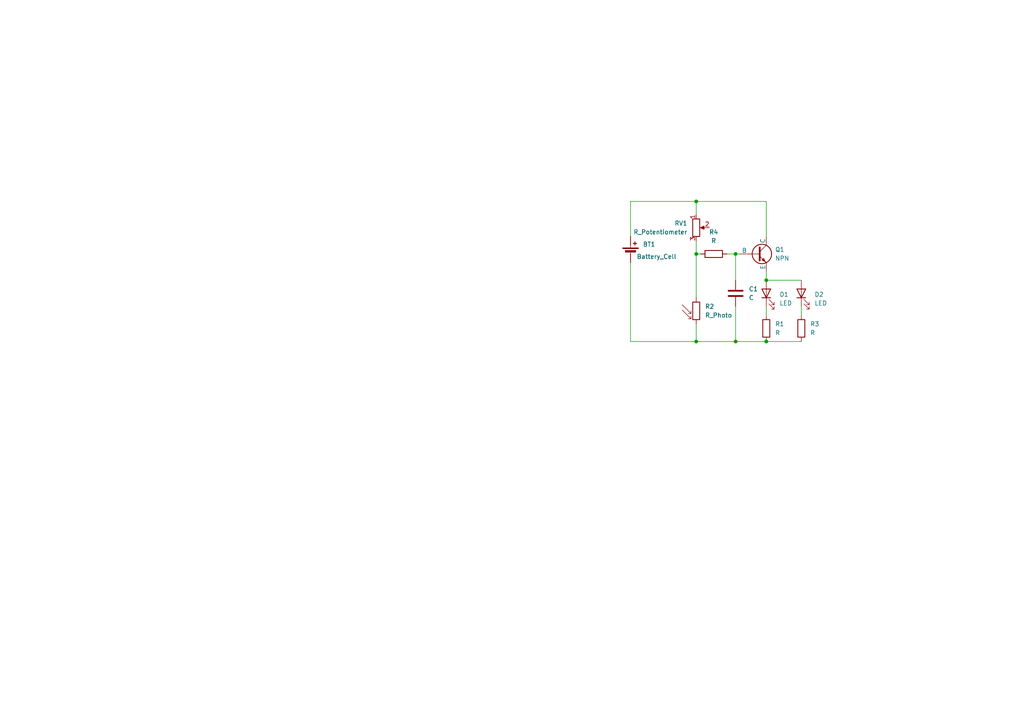
<source format=kicad_sch>
(kicad_sch (version 20250114) (generator "eeschema") (generator_version "9.0")
  (paper "A4")
  (lib_symbols
    (symbol "Device:Battery_Cell" (pin_numbers (hide yes)) (pin_names (offset 0) (hide yes))
      (property "Reference" "BT" (at 2.54 2.54 0))
      (property "Value" "Battery_Cell" (at 2.54 0 0))
      (symbol "Battery_Cell_0_1"
        (rectangle (start -2.286 1.778) (end 2.286 1.524) (fill (type outline)))
        (rectangle (start -1.524 1.016) (end 1.524 0.508) (fill (type outline)))
        (polyline (pts (xy 0 1.778) (xy 0 2.54)))
        (polyline (pts (xy 0 0.762) (xy 0 0)))
        (polyline (pts (xy 0.762 3.048) (xy 1.778 3.048)) (stroke (width 0.254)))
        (polyline (pts (xy 1.27 3.556) (xy 1.27 2.54)) (stroke (width 0.254)))
      )
      (symbol "Battery_Cell_1_1"
        (pin passive line (at 0 5.08 270) (length 2.54) (name "+") (number "1"))
        (pin passive line (at 0 -2.54 90) (length 2.54) (name "-") (number "2"))
      )
    )
    (symbol "Device:C" (pin_numbers (hide yes)) (pin_names (offset 0.254))
      (property "Reference" "C" (at 0.635 2.54 0))
      (property "Value" "C" (at 0.635 -2.54 0))
      (symbol "C_0_1"
        (polyline (pts (xy -2.032 0.762) (xy 2.032 0.762)) (stroke (width 0.508)))
        (polyline (pts (xy -2.032 -0.762) (xy 2.032 -0.762)) (stroke (width 0.508)))
      )
      (symbol "C_1_1"
        (pin passive line (at 0 3.81 270) (length 2.794) (name "~") (number "1"))
        (pin passive line (at 0 -3.81 90) (length 2.794) (name "~") (number "2"))
      )
    )
    (symbol "Device:LED" (pin_numbers (hide yes)) (pin_names (offset 1.016) (hide yes))
      (property "Reference" "D" (at 0 2.54 0))
      (property "Value" "LED" (at 0 -2.54 0))
      (symbol "LED_0_1"
        (polyline (pts (xy -3.048 -0.762) (xy -4.572 -2.286) (xy -3.81 -2.286) (xy -4.572 -2.286) (xy -4.572 -1.524)))
        (polyline (pts (xy -1.778 -0.762) (xy -3.302 -2.286) (xy -2.54 -2.286) (xy -3.302 -2.286) (xy -3.302 -1.524)))
        (polyline (pts (xy -1.27 0) (xy 1.27 0)))
        (polyline (pts (xy -1.27 -1.27) (xy -1.27 1.27)) (stroke (width 0.254)))
        (polyline (pts (xy 1.27 -1.27) (xy 1.27 1.27) (xy -1.27 0) (xy 1.27 -1.27)) (stroke (width 0.254)))
      )
      (symbol "LED_1_1"
        (pin passive line (at -3.81 0 0) (length 2.54) (name "K") (number "1"))
        (pin passive line (at 3.81 0 180) (length 2.54) (name "A") (number "2"))
      )
    )
    (symbol "Device:R" (pin_numbers (hide yes)) (pin_names (offset 0))
      (property "Reference" "R" (at 2.032 0 90))
      (property "Value" "R" (at 0 0 90))
      (symbol "R_0_1"
        (rectangle (start -1.016 -2.54) (end 1.016 2.54) (stroke (width 0.254)))
      )
      (symbol "R_1_1"
        (pin passive line (at 0 3.81 270) (length 1.27) (name "~") (number "1"))
        (pin passive line (at 0 -3.81 90) (length 1.27) (name "~") (number "2"))
      )
    )
    (symbol "Device:R_Photo" (pin_numbers (hide yes)) (pin_names (offset 0))
      (property "Reference" "R" (at 1.27 1.27 0))
      (property "Value" "R_Photo" (at 1.27 0 0))
      (symbol "R_Photo_0_1"
        (polyline (pts (xy -1.524 -0.762) (xy -4.064 1.778)))
        (polyline (pts (xy -1.524 -0.762) (xy -2.286 -0.762)))
        (polyline (pts (xy -1.524 -0.762) (xy -1.524 0)))
        (polyline (pts (xy -1.524 -2.286) (xy -4.064 0.254)))
        (polyline (pts (xy -1.524 -2.286) (xy -2.286 -2.286)))
        (polyline (pts (xy -1.524 -2.286) (xy -1.524 -1.524)))
        (rectangle (start -1.016 2.54) (end 1.016 -2.54) (stroke (width 0.254)))
      )
      (symbol "R_Photo_1_1"
        (pin passive line (at 0 3.81 270) (length 1.27) (name "~") (number "1"))
        (pin passive line (at 0 -3.81 90) (length 1.27) (name "~") (number "2"))
      )
    )
    (symbol "Device:R_Potentiometer" (pin_names (offset 1.016) (hide yes))
      (property "Reference" "RV" (at -4.445 0 90))
      (property "Value" "R_Potentiometer" (at -2.54 0 90))
      (symbol "R_Potentiometer_0_1"
        (rectangle (start 1.016 2.54) (end -1.016 -2.54) (stroke (width 0.254)))
        (polyline (pts (xy 1.143 0) (xy 2.286 0.508) (xy 2.286 -0.508) (xy 1.143 0)) (fill (type outline)))
        (polyline (pts (xy 2.54 0) (xy 1.524 0)))
      )
      (symbol "R_Potentiometer_1_1"
        (pin passive line (at 0 3.81 270) (length 1.27) (name "1") (number "1"))
        (pin passive line (at 0 -3.81 90) (length 1.27) (name "3") (number "3"))
        (pin passive line (at 3.81 0 180) (length 1.27) (name "2") (number "2"))
      )
    )
    (symbol "Simulation_SPICE:NPN" (pin_numbers (hide yes)) (pin_names (offset 0))
      (property "Reference" "Q" (at -2.54 7.62 0))
      (property "Value" "NPN" (at -2.54 5.08 0))
      (symbol "NPN_0_1"
        (polyline (pts (xy -2.54 0) (xy 0.635 0)) (stroke (width 0.1524)))
        (polyline (pts (xy 0.635 1.905) (xy 0.635 -1.905) (xy 0.635 -1.905)) (stroke (width 0.508)))
        (polyline (pts (xy 0.635 0.635) (xy 2.54 2.54)))
        (polyline (pts (xy 0.635 -0.635) (xy 2.54 -2.54) (xy 2.54 -2.54)))
        (circle (center 1.27 0) (radius 2.8194) (stroke (width 0.254)))
        (polyline (pts (xy 1.27 -1.778) (xy 1.778 -1.27) (xy 2.286 -2.286) (xy 1.27 -1.778) (xy 1.27 -1.778)) (fill (type outline)))
        (polyline (pts (xy 2.794 -1.27) (xy 2.794 -1.27)) (stroke (width 0.1524)))
        (polyline (pts (xy 2.794 -1.27) (xy 2.794 -1.27)) (stroke (width 0.1524)))
      )
      (symbol "NPN_1_1"
        (pin input line (at -5.08 0 0) (length 2.54) (name "B") (number "2"))
        (pin open_collector line (at 2.54 5.08 270) (length 2.54) (name "C") (number "1"))
        (pin open_emitter line (at 2.54 -5.08 90) (length 2.54) (name "E") (number "3"))
      )
    )
  )
  (junction (at 222.25 81.28))
  (junction (at 201.93 99.06))
  (junction (at 222.25 99.06))
  (junction (at 213.36 99.06))
  (junction (at 201.93 73.66))
  (junction (at 201.93 58.42))
  (junction (at 213.36 73.66))
  (wire (pts (xy 213.36 99.06) (xy 222.25 99.06)))
  (wire (pts (xy 213.36 88.9) (xy 213.36 99.06)))
  (wire (pts (xy 201.93 73.66) (xy 201.93 86.36)))
  (wire (pts (xy 201.93 99.06) (xy 213.36 99.06)))
  (wire (pts (xy 201.93 93.98) (xy 201.93 99.06)))
  (wire (pts (xy 182.88 76.2) (xy 182.88 99.06)))
  (wire (pts (xy 201.93 58.42) (xy 201.93 62.23)))
  (wire (pts (xy 222.25 88.9) (xy 222.25 91.44)))
  (wire (pts (xy 182.88 99.06) (xy 201.93 99.06)))
  (wire (pts (xy 222.25 78.74) (xy 222.25 81.28)))
  (wire (pts (xy 213.36 73.66) (xy 213.36 81.28)))
  (wire (pts (xy 222.25 99.06) (xy 232.41 99.06)))
  (wire (pts (xy 214.63 73.66) (xy 213.36 73.66)))
  (wire (pts (xy 182.88 68.58) (xy 182.88 58.42)))
  (wire (pts (xy 201.93 58.42) (xy 222.25 58.42)))
  (wire (pts (xy 203.2 73.66) (xy 201.93 73.66)))
  (wire (pts (xy 222.25 58.42) (xy 222.25 68.58)))
  (wire (pts (xy 182.88 58.42) (xy 201.93 58.42)))
  (wire (pts (xy 232.41 88.9) (xy 232.41 91.44)))
  (wire (pts (xy 201.93 69.85) (xy 201.93 73.66)))
  (wire (pts (xy 222.25 81.28) (xy 232.41 81.28)))
  (wire (pts (xy 213.36 73.66) (xy 210.82 73.66)))
  (symbol (lib_id "Device:LED") (at 232.41 85.09 90) (unit 1)
    (property "Reference" "D2" (at 236.22 85.4074 90) (effects (justify right)))
    (property "Value" "LED" (at 236.22 87.9474 90) (effects (justify right)))
    (property "Footprint" "LED_THT:LED_D5.0mm" (effects (hide yes)))
    (property "Description" "Light emitting diode" (effects (hide yes)))
    (property "Sim.Pins" "1=K 2=A" (effects (hide yes)))
  )
  (symbol (lib_id "Device:R") (at 232.41 95.25 0) (unit 1)
    (property "Reference" "R3" (at 234.95 93.9799 0) (effects (justify left)))
    (property "Value" "R" (at 234.95 96.5199 0) (effects (justify left)))
    (property "Footprint" "Resistor_THT:R_Axial_DIN0207_L6.3mm_D2.5mm_P7.62mm_Horizontal" (effects (hide yes)))
    (property "Description" "Resistor" (effects (hide yes)))
  )
  (symbol (lib_id "Device:R_Potentiometer") (at 201.93 66.04 0) (unit 1)
    (property "Reference" "RV1" (at 199.39 64.7699 0) (effects (justify right)))
    (property "Value" "R_Potentiometer" (at 199.39 67.3099 0) (effects (justify right)))
    (property "Footprint" "Potentiometer_THT:Potentiometer_Vishay_T73YP_Vertical" (effects (hide yes)))
    (property "Description" "Potentiometer" (effects (hide yes)))
  )
  (symbol (lib_id "Device:R") (at 207.01 73.66 90) (unit 1)
    (property "Reference" "R4" (at 207.01 67.31 90))
    (property "Value" "R" (at 207.01 69.85 90))
    (property "Footprint" "Resistor_THT:R_Axial_DIN0207_L6.3mm_D2.5mm_P7.62mm_Horizontal" (effects (hide yes)))
    (property "Description" "Resistor" (effects (hide yes)))
  )
  (symbol (lib_id "Device:LED") (at 222.25 85.09 90) (unit 1)
    (property "Reference" "D1" (at 226.06 85.4074 90) (effects (justify right)))
    (property "Value" "LED" (at 226.06 87.9474 90) (effects (justify right)))
    (property "Footprint" "LED_THT:LED_D5.0mm" (effects (hide yes)))
    (property "Description" "Light emitting diode" (effects (hide yes)))
    (property "Sim.Pins" "1=K 2=A" (effects (hide yes)))
  )
  (symbol (lib_id "Device:C") (at 213.36 85.09 0) (unit 1)
    (property "Reference" "C1" (at 217.17 83.8199 0) (effects (justify left)))
    (property "Value" "C" (at 217.17 86.3599 0) (effects (justify left)))
    (property "Footprint" "Capacitor_THT:CP_Radial_D8.0mm_P5.00mm" (effects (hide yes)))
    (property "Description" "Unpolarized capacitor" (effects (hide yes)))
  )
  (symbol (lib_id "Device:R") (at 222.25 95.25 0) (unit 1)
    (property "Reference" "R1" (at 224.79 93.9799 0) (effects (justify left)))
    (property "Value" "R" (at 224.79 96.5199 0) (effects (justify left)))
    (property "Footprint" "Resistor_THT:R_Axial_DIN0207_L6.3mm_D2.5mm_P7.62mm_Horizontal" (effects (hide yes)))
    (property "Description" "Resistor" (effects (hide yes)))
  )
  (symbol (lib_id "Device:Battery_Cell") (at 182.88 73.66 0) (unit 1)
    (property "Reference" "BT1" (at 186.436 70.866 0) (effects (justify left)))
    (property "Value" "Battery_Cell" (at 184.658 74.422 0) (effects (justify left)))
    (property "Footprint" "Battery:BatteryHolder_Keystone_3034_1x20mm" (effects (hide yes)))
    (property "Description" "Single-cell battery" (effects (hide yes)))
  )
  (symbol (lib_id "Simulation_SPICE:NPN") (at 219.71 73.66 0) (unit 1)
    (property "Reference" "Q1" (at 224.79 72.3899 0) (effects (justify left)))
    (property "Value" "NPN" (at 224.79 74.9299 0) (effects (justify left)))
    (property "Footprint" "Package_TO_SOT_THT:TO-92L_HandSolder" (effects (hide yes)))
    (property "Datasheet" "https://ngspice.sourceforge.io/docs/ngspice-html-manual/manual.xhtml#cha_BJTs" (effects (hide yes)))
    (property "Description" "Bipolar transistor symbol for simulation only, substrate tied to the emitter" (effects (hide yes)))
    (property "Sim.Device" "NPN" (effects (hide yes)))
    (property "Sim.Type" "GUMMELPOON" (effects (hide yes)))
    (property "Sim.Pins" "1=C 2=B 3=E" (effects (hide yes)))
  )
  (symbol (lib_id "Device:R_Photo") (at 201.93 90.17 0) (unit 1)
    (property "Reference" "R2" (at 204.47 88.8999 0) (effects (justify left)))
    (property "Value" "R_Photo" (at 204.47 91.4399 0) (effects (justify left)))
    (property "Footprint" "OptoDevice:R_LDR_5.1x4.3mm_P3.4mm_Vertical" (effects (hide yes)))
    (property "Description" "Photoresistor" (effects (hide yes)))
  )
)
</source>
